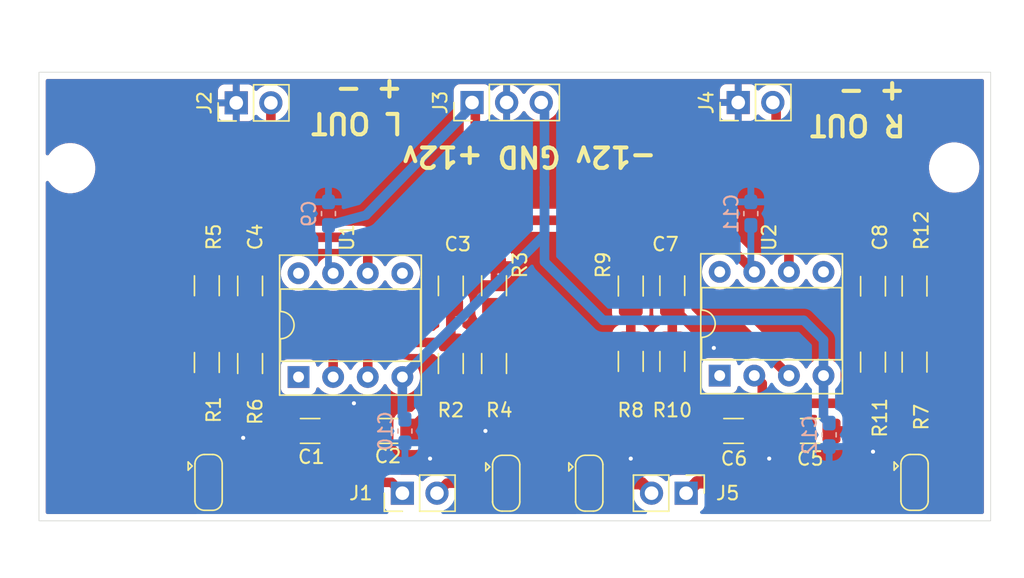
<source format=kicad_pcb>
(kicad_pcb (version 20240108) (generator "pcbnew") (generator_version "8.0")
  (layers (0 "F.Cu" signal) (31 "B.Cu" signal) (34 "B.Paste" user) (35 "F.Paste" user) (36 "B.SilkS" user "B.Silkscreen") (37 "F.SilkS" user "F.Silkscreen") (38 "B.Mask" user) (39 "F.Mask" user) (44 "Edge.Cuts" user))
  (net 0 "")
  (net 1 "GND")
  (net 2 "Net-(C1-Pad1)")
  (net 3 "Net-(C2-Pad1)")
  (net 4 "Net-(U1-+)")
  (net 5 "/L_OUT")
  (net 6 "Net-(U1--)")
  (net 7 "Net-(C5-Pad1)")
  (net 8 "Net-(C6-Pad1)")
  (net 9 "Net-(U2-+)")
  (net 10 "/R_OUT")
  (net 11 "Net-(U2--)")
  (net 13 "-12V")
  (net 15 "+12V")
  (net 20 "Net-(J1-Pin_2)")
  (net 21 "Net-(J1-Pin_1)")
  (net 22 "Net-(J5-Pin_2)")
  (net 23 "Net-(J5-Pin_1)")
  (net 24 "Net-(JP1-A)")
  (net 25 "Net-(JP2-A)")
  (net 26 "Net-(JP3-A)")
  (net 27 "Net-(JP4-A)")
  (footprint "Resistor_SMD:R_1206_3216Metric_Pad1.30x1.75mm_HandSolder" (layer "F.Cu") (at 175.006 63.653 90)
    (property "Reference" "R7" (at -4.038 0.508 90) (layer "F.SilkS"))
    (property "Value" "300")
    (fp_line (start -0.727064 -0.91) (end 0.727064 -0.91) (stroke (width 0.12)) (layer "F.SilkS"))
    (fp_line (start -0.727064 0.91) (end 0.727064 0.91) (stroke (width 0.12)) (layer "F.SilkS"))
    (pad "1" smd roundrect (at -1.55 0 90) (size 1.3 1.75) (layers "F.Cu" "F.Paste" "F.Mask") (roundrect_rratio 0.192308) (net 26 "Net-(JP3-A)"))
    (pad "2" smd roundrect (at 1.55 0 90) (size 1.3 1.75) (layers "F.Cu" "F.Paste" "F.Mask") (roundrect_rratio 0.192308) (net 7 "Net-(C5-Pad1)"))
  )
  (footprint "Capacitor_SMD:C_1206_3216Metric_Pad1.33x1.80mm_HandSolder" (layer "F.Cu") (at 161.721 68.707)
    (property "Reference" "C6" (at 0.0385 2.032 0) (layer "F.SilkS"))
    (property "Value" "130n")
    (fp_line (start -0.711252 -0.91) (end 0.711252 -0.91) (stroke (width 0.12)) (layer "F.SilkS"))
    (fp_line (start -0.711252 0.91) (end 0.711252 0.91) (stroke (width 0.12)) (layer "F.SilkS"))
    (pad "1" smd roundrect (at -1.5625 0) (size 1.325 1.8) (layers "F.Cu" "F.Paste" "F.Mask") (roundrect_rratio 0.188679) (net 8 "Net-(C6-Pad1)"))
    (pad "2" smd roundrect (at 1.5625 0) (size 1.325 1.8) (layers "F.Cu" "F.Paste" "F.Mask") (roundrect_rratio 0.188679) (net 1 "GND"))
  )
  (footprint "Jumper:SolderJumper-3_P1.3mm_Bridged2Bar12_RoundedPad1.0x1.5mm" (layer "F.Cu") (at 175.006 72.487 -90)
    (property "Reference" "JP3" (hide yes))
    (property "Value" "~")
    (fp_poly (pts (xy -0.9 0.2) (xy -0.4 0.2) (xy -0.4 0.6) (xy -0.9 0.6)) (fill solid) (layer "F.Cu"))
    (fp_poly (pts (xy -0.9 -0.6) (xy -0.4 -0.6) (xy -0.4 -0.2) (xy -0.9 -0.2)) (fill solid) (layer "F.Cu"))
    (fp_line (start -1.5 1.5) (end -0.9 1.5) (stroke (width 0.12)) (layer "F.SilkS"))
    (fp_line (start -1.2 1.2) (end -1.5 1.5) (stroke (width 0.12)) (layer "F.SilkS"))
    (fp_line (start -1.2 1.2) (end -0.9 1.5) (stroke (width 0.12)) (layer "F.SilkS"))
    (fp_line (start 1.4 1) (end -1.4 1) (stroke (width 0.12)) (layer "F.SilkS"))
    (fp_line (start -2.05 0.3) (end -2.05 -0.3) (stroke (width 0.12)) (layer "F.SilkS"))
    (fp_line (start 2.05 -0.3) (end 2.05 0.3) (stroke (width 0.12)) (layer "F.SilkS"))
    (fp_line (start -1.4 -1) (end 1.4 -1) (stroke (width 0.12)) (layer "F.SilkS"))
    (fp_arc (start -1.35 1) (mid -1.844975 0.794975) (end -2.05 0.3) (stroke (width 0.12)) (layer "F.SilkS"))
    (fp_arc (start 2.05 0.3) (mid 1.844975 0.794975) (end 1.35 1) (stroke (width 0.12)) (layer "F.SilkS"))
    (fp_arc (start -2.05 -0.3) (mid -1.844975 -0.794975) (end -1.35 -1) (stroke (width 0.12)) (layer "F.SilkS"))
    (fp_arc (start 1.35 -1) (mid 1.844975 -0.794975) (end 2.05 -0.3) (stroke (width 0.12)) (layer "F.SilkS"))
    (pad "1" smd custom (at -1.3 0 270) (size 1 0.5) (layers "F.Cu" "F.Mask") (net 26 "Net-(JP3-A)") (options (clearance outline) (anchor rect)) (primitives (gr_circle (center 0 0.25) (end 0.5 0.25) (width 0) (fill yes)) (gr_circle (center 0 -0.25) (end 0.5 -0.25) (width 0) (fill yes)) (gr_poly (pts (xy 0.55 0.75) (xy 0 0.75) (xy 0 -0.75) (xy 0.55 -0.75)) (width 0) (fill yes))))
    (pad "2" smd rect (at 0 0 270) (size 1 1.5) (layers "F.Cu" "F.Mask") (net 23 "Net-(J5-Pin_1)"))
    (pad "3" smd custom (at 1.3 0 270) (size 1 0.5) (layers "F.Cu" "F.Mask") (options (clearance outline) (anchor rect)) (primitives (gr_circle (center 0 0.25) (end 0.5 0.25) (width 0) (fill yes)) (gr_circle (center 0 -0.25) (end 0.5 -0.25) (width 0) (fill yes)) (gr_poly (pts (xy 0 0.75) (xy -0.55 0.75) (xy -0.55 -0.75) (xy 0 -0.75)) (width 0) (fill yes))))
  )
  (footprint "Jumper:SolderJumper-3_P1.3mm_Bridged2Bar12_RoundedPad1.0x1.5mm" (layer "F.Cu") (at 145.034 72.547 -90)
    (property "Reference" "JP2" (hide yes))
    (property "Value" "~")
    (fp_poly (pts (xy -0.9 0.2) (xy -0.4 0.2) (xy -0.4 0.6) (xy -0.9 0.6)) (fill solid) (layer "F.Cu"))
    (fp_poly (pts (xy -0.9 -0.6) (xy -0.4 -0.6) (xy -0.4 -0.2) (xy -0.9 -0.2)) (fill solid) (layer "F.Cu"))
    (fp_line (start -1.5 1.5) (end -0.9 1.5) (stroke (width 0.12)) (layer "F.SilkS"))
    (fp_line (start -1.2 1.2) (end -1.5 1.5) (stroke (width 0.12)) (layer "F.SilkS"))
    (fp_line (start -1.2 1.2) (end -0.9 1.5) (stroke (width 0.12)) (layer "F.SilkS"))
    (fp_line (start 1.4 1) (end -1.4 1) (stroke (width 0.12)) (layer "F.SilkS"))
    (fp_line (start -2.05 0.3) (end -2.05 -0.3) (stroke (width 0.12)) (layer "F.SilkS"))
    (fp_line (start 2.05 -0.3) (end 2.05 0.3) (stroke (width 0.12)) (layer "F.SilkS"))
    (fp_line (start -1.4 -1) (end 1.4 -1) (stroke (width 0.12)) (layer "F.SilkS"))
    (fp_arc (start -1.35 1) (mid -1.844975 0.794975) (end -2.05 0.3) (stroke (width 0.12)) (layer "F.SilkS"))
    (fp_arc (start 2.05 0.3) (mid 1.844975 0.794975) (end 1.35 1) (stroke (width 0.12)) (layer "F.SilkS"))
    (fp_arc (start -2.05 -0.3) (mid -1.844975 -0.794975) (end -1.35 -1) (stroke (width 0.12)) (layer "F.SilkS"))
    (fp_arc (start 1.35 -1) (mid 1.844975 -0.794975) (end 2.05 -0.3) (stroke (width 0.12)) (layer "F.SilkS"))
    (pad "1" smd custom (at -1.3 0 270) (size 1 0.5) (layers "F.Cu" "F.Mask") (net 25 "Net-(JP2-A)") (options (clearance outline) (anchor rect)) (primitives (gr_circle (center 0 0.25) (end 0.5 0.25) (width 0) (fill yes)) (gr_circle (center 0 -0.25) (end 0.5 -0.25) (width 0) (fill yes)) (gr_poly (pts (xy 0.55 0.75) (xy 0 0.75) (xy 0 -0.75) (xy 0.55 -0.75)) (width 0) (fill yes))))
    (pad "2" smd rect (at 0 0 270) (size 1 1.5) (layers "F.Cu" "F.Mask") (net 20 "Net-(J1-Pin_2)"))
    (pad "3" smd custom (at 1.3 0 270) (size 1 0.5) (layers "F.Cu" "F.Mask") (options (clearance outline) (anchor rect)) (primitives (gr_circle (center 0 0.25) (end 0.5 0.25) (width 0) (fill yes)) (gr_circle (center 0 -0.25) (end 0.5 -0.25) (width 0) (fill yes)) (gr_poly (pts (xy 0 0.75) (xy -0.55 0.75) (xy -0.55 -0.75) (xy 0 -0.75)) (width 0) (fill yes))))
  )
  (footprint "Connector_PinHeader_2.54mm:PinHeader_1x02_P2.54mm_Vertical" (layer "F.Cu") (at 125.222 44.605 90)
    (property "Reference" "J2" (at 0 -2.33 90) (layer "F.SilkS"))
    (property "Value" "Conn_01x02_Pin")
    (fp_line (start -1.33 -1.33) (end 0 -1.33) (stroke (width 0.12)) (layer "F.SilkS"))
    (fp_line (start -1.33 0) (end -1.33 -1.33) (stroke (width 0.12)) (layer "F.SilkS"))
    (fp_line (start 1.33 1.27) (end 1.33 3.87) (stroke (width 0.12)) (layer "F.SilkS"))
    (fp_line (start -1.33 1.27) (end 1.33 1.27) (stroke (width 0.12)) (layer "F.SilkS"))
    (fp_line (start -1.33 1.27) (end -1.33 3.87) (stroke (width 0.12)) (layer "F.SilkS"))
    (fp_line (start -1.33 3.87) (end 1.33 3.87) (stroke (width 0.12)) (layer "F.SilkS"))
    (pad "1" thru_hole rect (at 0 0 90) (size 1.7 1.7) (drill 1) (layers "*.Cu" "*.Mask") (net 1 "GND"))
    (pad "2" thru_hole oval (at 0 2.54 90) (size 1.7 1.7) (drill 1) (layers "*.Cu" "*.Mask") (net 5 "/L_OUT"))
  )
  (footprint "Connector_PinHeader_2.54mm:PinHeader_1x03_P2.54mm_Vertical" (layer "F.Cu") (at 142.527 44.58 90)
    (property "Reference" "J3" (at 0 -2.33 90) (layer "F.SilkS"))
    (property "Value" "Conn_01x03_Socket")
    (fp_line (start -1.33 -1.33) (end 0 -1.33) (stroke (width 0.12)) (layer "F.SilkS"))
    (fp_line (start -1.33 0) (end -1.33 -1.33) (stroke (width 0.12)) (layer "F.SilkS"))
    (fp_line (start 1.33 1.27) (end 1.33 6.41) (stroke (width 0.12)) (layer "F.SilkS"))
    (fp_line (start -1.33 1.27) (end 1.33 1.27) (stroke (width 0.12)) (layer "F.SilkS"))
    (fp_line (start -1.33 1.27) (end -1.33 6.41) (stroke (width 0.12)) (layer "F.SilkS"))
    (fp_line (start -1.33 6.41) (end 1.33 6.41) (stroke (width 0.12)) (layer "F.SilkS"))
    (pad "1" thru_hole rect (at 0 0 90) (size 1.7 1.7) (drill 1) (layers "*.Cu" "*.Mask") (net 15 "+12V"))
    (pad "2" thru_hole oval (at 0 2.54 90) (size 1.7 1.7) (drill 1) (layers "*.Cu" "*.Mask") (net 1 "GND"))
    (pad "3" thru_hole oval (at 0 5.08 90) (size 1.7 1.7) (drill 1) (layers "*.Cu" "*.Mask") (net 13 "-12V"))
  )
  (footprint "Jumper:SolderJumper-3_P1.3mm_Bridged2Bar12_RoundedPad1.0x1.5mm" (layer "F.Cu") (at 151.13 72.547 -90)
    (property "Reference" "JP4" (hide yes))
    (property "Value" "~")
    (fp_poly (pts (xy -0.9 0.2) (xy -0.4 0.2) (xy -0.4 0.6) (xy -0.9 0.6)) (fill solid) (layer "F.Cu"))
    (fp_poly (pts (xy -0.9 -0.6) (xy -0.4 -0.6) (xy -0.4 -0.2) (xy -0.9 -0.2)) (fill solid) (layer "F.Cu"))
    (fp_line (start -1.5 1.5) (end -0.9 1.5) (stroke (width 0.12)) (layer "F.SilkS"))
    (fp_line (start -1.2 1.2) (end -1.5 1.5) (stroke (width 0.12)) (layer "F.SilkS"))
    (fp_line (start -1.2 1.2) (end -0.9 1.5) (stroke (width 0.12)) (layer "F.SilkS"))
    (fp_line (start 1.4 1) (end -1.4 1) (stroke (width 0.12)) (layer "F.SilkS"))
    (fp_line (start -2.05 0.3) (end -2.05 -0.3) (stroke (width 0.12)) (layer "F.SilkS"))
    (fp_line (start 2.05 -0.3) (end 2.05 0.3) (stroke (width 0.12)) (layer "F.SilkS"))
    (fp_line (start -1.4 -1) (end 1.4 -1) (stroke (width 0.12)) (layer "F.SilkS"))
    (fp_arc (start -1.35 1) (mid -1.844975 0.794975) (end -2.05 0.3) (stroke (width 0.12)) (layer "F.SilkS"))
    (fp_arc (start 2.05 0.3) (mid 1.844975 0.794975) (end 1.35 1) (stroke (width 0.12)) (layer "F.SilkS"))
    (fp_arc (start -2.05 -0.3) (mid -1.844975 -0.794975) (end -1.35 -1) (stroke (width 0.12)) (layer "F.SilkS"))
    (fp_arc (start 1.35 -1) (mid 1.844975 -0.794975) (end 2.05 -0.3) (stroke (width 0.12)) (layer "F.SilkS"))
    (pad "1" smd custom (at -1.3 0 270) (size 1 0.5) (layers "F.Cu" "F.Mask") (net 27 "Net-(JP4-A)") (options (clearance outline) (anchor rect)) (primitives (gr_circle (center 0 0.25) (end 0.5 0.25) (width 0) (fill yes)) (gr_circle (center 0 -0.25) (end 0.5 -0.25) (width 0) (fill yes)) (gr_poly (pts (xy 0.55 0.75) (xy 0 0.75) (xy 0 -0.75) (xy 0.55 -0.75)) (width 0) (fill yes))))
    (pad "2" smd rect (at 0 0 270) (size 1 1.5) (layers "F.Cu" "F.Mask") (net 22 "Net-(J5-Pin_2)"))
    (pad "3" smd custom (at 1.3 0 270) (size 1 0.5) (layers "F.Cu" "F.Mask") (options (clearance outline) (anchor rect)) (primitives (gr_circle (center 0 0.25) (end 0.5 0.25) (width 0) (fill yes)) (gr_circle (center 0 -0.25) (end 0.5 -0.25) (width 0) (fill yes)) (gr_poly (pts (xy 0 0.75) (xy -0.55 0.75) (xy -0.55 -0.75) (xy 0 -0.75)) (width 0) (fill yes))))
  )
  (footprint "Connector_PinHeader_2.54mm:PinHeader_1x02_P2.54mm_Vertical" (layer "F.Cu") (at 158.242 73.279 -90)
    (property "Reference" "J5" (at 0 -3.048 180) (layer "F.SilkS"))
    (property "Value" "Conn_01x02_Pin")
    (fp_line (start -1.33 3.87) (end 1.33 3.87) (stroke (width 0.12)) (layer "F.SilkS"))
    (fp_line (start -1.33 1.27) (end -1.33 3.87) (stroke (width 0.12)) (layer "F.SilkS"))
    (fp_line (start -1.33 1.27) (end 1.33 1.27) (stroke (width 0.12)) (layer "F.SilkS"))
    (fp_line (start 1.33 1.27) (end 1.33 3.87) (stroke (width 0.12)) (layer "F.SilkS"))
    (fp_line (start -1.33 0) (end -1.33 -1.33) (stroke (width 0.12)) (layer "F.SilkS"))
    (fp_line (start -1.33 -1.33) (end 0 -1.33) (stroke (width 0.12)) (layer "F.SilkS"))
    (pad "1" thru_hole rect (at 0 0 270) (size 1.7 1.7) (drill 1) (layers "*.Cu" "*.Mask") (net 23 "Net-(J5-Pin_1)"))
    (pad "2" thru_hole oval (at 0 2.54 270) (size 1.7 1.7) (drill 1) (layers "*.Cu" "*.Mask") (net 22 "Net-(J5-Pin_2)"))
  )
  (footprint "MountingHole:MountingHole_3.2mm_M3" (layer "F.Cu") (at 113.03 49.403)
    (property "Reference" "H2" (hide yes))
    (property "Value" "MountingHole")
    (pad "" np_thru_hole circle (at 0 0) (size 3.2 3.2) (drill 3.2) (layers "*.Cu" "*.Mask"))
  )
  (footprint "Package_DIP:DIP-8_W7.62mm_Socket" (layer "F.Cu") (at 129.794 64.745 90)
    (property "Reference" "U1" (at 10.262 3.556 -90) (layer "F.SilkS"))
    (property "Value" "NE5534")
    (fp_line (start 8.95 -1.39) (end -1.33 -1.39) (stroke (width 0.12)) (layer "F.SilkS"))
    (fp_line (start -1.33 -1.39) (end -1.33 9.01) (stroke (width 0.12)) (layer "F.SilkS"))
    (fp_line (start 6.46 -1.33) (end 4.81 -1.33) (stroke (width 0.12)) (layer "F.SilkS"))
    (fp_line (start 2.81 -1.33) (end 1.16 -1.33) (stroke (width 0.12)) (layer "F.SilkS"))
    (fp_line (start 1.16 -1.33) (end 1.16 8.95) (stroke (width 0.12)) (layer "F.SilkS"))
    (fp_line (start 6.46 8.95) (end 6.46 -1.33) (stroke (width 0.12)) (layer "F.SilkS"))
    (fp_line (start 1.16 8.95) (end 6.46 8.95) (stroke (width 0.12)) (layer "F.SilkS"))
    (fp_line (start 8.95 9.01) (end 8.95 -1.39) (stroke (width 0.12)) (layer "F.SilkS"))
    (fp_line (start -1.33 9.01) (end 8.95 9.01) (stroke (width 0.12)) (layer "F.SilkS"))
    (fp_arc (start 4.81 -1.33) (mid 3.81 -0.33) (end 2.81 -1.33) (stroke (width 0.12)) (layer "F.SilkS"))
    (pad "1" thru_hole rect (at 0 0 90) (size 1.6 1.6) (drill 0.8) (layers "*.Cu" "*.Mask"))
    (pad "2" thru_hole oval (at 0 2.54 90) (size 1.6 1.6) (drill 0.8) (layers "*.Cu" "*.Mask") (net 6 "Net-(U1--)"))
    (pad "3" thru_hole oval (at 0 5.08 90) (size 1.6 1.6) (drill 0.8) (layers "*.Cu" "*.Mask") (net 4 "Net-(U1-+)"))
    (pad "4" thru_hole oval (at 0 7.62 90) (size 1.6 1.6) (drill 0.8) (layers "*.Cu" "*.Mask") (net 13 "-12V"))
    (pad "5" thru_hole oval (at 7.62 7.62 90) (size 1.6 1.6) (drill 0.8) (layers "*.Cu" "*.Mask"))
    (pad "6" thru_hole oval (at 7.62 5.08 90) (size 1.6 1.6) (drill 0.8) (layers "*.Cu" "*.Mask") (net 5 "/L_OUT"))
    (pad "7" thru_hole oval (at 7.62 2.54 90) (size 1.6 1.6) (drill 0.8) (layers "*.Cu" "*.Mask") (net 15 "+12V"))
    (pad "8" thru_hole oval (at 7.62 0 90) (size 1.6 1.6) (drill 0.8) (layers "*.Cu" "*.Mask"))
  )
  (footprint "Resistor_SMD:R_1206_3216Metric_Pad1.30x1.75mm_HandSolder" (layer "F.Cu") (at 154.178 63.601 90)
    (property "Reference" "R8" (at -3.582 0 180) (layer "F.SilkS"))
    (property "Value" "100")
    (fp_line (start -0.727064 -0.91) (end 0.727064 -0.91) (stroke (width 0.12)) (layer "F.SilkS"))
    (fp_line (start -0.727064 0.91) (end 0.727064 0.91) (stroke (width 0.12)) (layer "F.SilkS"))
    (pad "1" smd roundrect (at -1.55 0 90) (size 1.3 1.75) (layers "F.Cu" "F.Paste" "F.Mask") (roundrect_rratio 0.192308) (net 27 "Net-(JP4-A)"))
    (pad "2" smd roundrect (at 1.55 0 90) (size 1.3 1.75) (layers "F.Cu" "F.Paste" "F.Mask") (roundrect_rratio 0.192308) (net 8 "Net-(C6-Pad1)"))
  )
  (footprint "Resistor_SMD:R_1206_3216Metric_Pad1.30x1.75mm_HandSolder" (layer "F.Cu") (at 140.97 63.755 -90)
    (property "Reference" "R4" (at 3.428 -3.556 180) (layer "F.SilkS"))
    (property "Value" "10")
    (fp_line (start -0.727064 0.91) (end 0.727064 0.91) (stroke (width 0.12)) (layer "F.SilkS"))
    (fp_line (start -0.727064 -0.91) (end 0.727064 -0.91) (stroke (width 0.12)) (layer "F.SilkS"))
    (pad "1" smd roundrect (at -1.55 0 270) (size 1.3 1.75) (layers "F.Cu" "F.Paste" "F.Mask") (roundrect_rratio 0.192308) (net 4 "Net-(U1-+)"))
    (pad "2" smd roundrect (at 1.55 0 270) (size 1.3 1.75) (layers "F.Cu" "F.Paste" "F.Mask") (roundrect_rratio 0.192308) (net 3 "Net-(C2-Pad1)"))
  )
  (footprint "Capacitor_SMD:C_1206_3216Metric_Pad1.33x1.80mm_HandSolder" (layer "F.Cu") (at 167.3475 68.707 180)
    (property "Reference" "C5" (at 0 -2.032 0) (layer "F.SilkS"))
    (property "Value" "43n")
    (fp_line (start -0.711252 0.91) (end 0.711252 0.91) (stroke (width 0.12)) (layer "F.SilkS"))
    (fp_line (start -0.711252 -0.91) (end 0.711252 -0.91) (stroke (width 0.12)) (layer "F.SilkS"))
    (pad "1" smd roundrect (at -1.5625 0 180) (size 1.325 1.8) (layers "F.Cu" "F.Paste" "F.Mask") (roundrect_rratio 0.188679) (net 7 "Net-(C5-Pad1)"))
    (pad "2" smd roundrect (at 1.5625 0 180) (size 1.325 1.8) (layers "F.Cu" "F.Paste" "F.Mask") (roundrect_rratio 0.188679) (net 1 "GND"))
  )
  (footprint "Package_DIP:DIP-8_W7.62mm_Socket" (layer "F.Cu") (at 160.705 64.643 90)
    (property "Reference" "U2" (at 10.16 3.633 90) (layer "F.SilkS"))
    (property "Value" "NE5534")
    (fp_line (start 8.95 -1.39) (end -1.33 -1.39) (stroke (width 0.12)) (layer "F.SilkS"))
    (fp_line (start -1.33 -1.39) (end -1.33 9.01) (stroke (width 0.12)) (layer "F.SilkS"))
    (fp_line (start 6.46 -1.33) (end 4.81 -1.33) (stroke (width 0.12)) (layer "F.SilkS"))
    (fp_line (start 2.81 -1.33) (end 1.16 -1.33) (stroke (width 0.12)) (layer "F.SilkS"))
    (fp_line (start 1.16 -1.33) (end 1.16 8.95) (stroke (width 0.12)) (layer "F.SilkS"))
    (fp_line (start 6.46 8.95) (end 6.46 -1.33) (stroke (width 0.12)) (layer "F.SilkS"))
    (fp_line (start 1.16 8.95) (end 6.46 8.95) (stroke (width 0.12)) (layer "F.SilkS"))
    (fp_line (start 8.95 9.01) (end 8.95 -1.39) (stroke (width 0.12)) (layer "F.SilkS"))
    (fp_line (start -1.33 9.01) (end 8.95 9.01) (stroke (width 0.12)) (layer "F.SilkS"))
    (fp_arc (start 4.81 -1.33) (mid 3.81 -0.33) (end 2.81 -1.33) (stroke (width 0.12)) (layer "F.SilkS"))
    (pad "1" thru_hole rect (at 0 0 90) (size 1.6 1.6) (drill 0.8) (layers "*.Cu" "*.Mask"))
    (pad "2" thru_hole oval (at 0 2.54 90) (size 1.6 1.6) (drill 0.8) (layers "*.Cu" "*.Mask") (net 11 "Net-(U2--)"))
    (pad "3" thru_hole oval (at 0 5.08 90) (size 1.6 1.6) (drill 0.8) (layers "*.Cu" "*.Mask") (net 9 "Net-(U2-+)"))
    (pad "4" thru_hole oval (at 0 7.62 90) (size 1.6 1.6) (drill 0.8) (layers "*.Cu" "*.Mask") (net 13 "-12V"))
    (pad "5" thru_hole oval (at 7.62 7.62 90) (size 1.6 1.6) (drill 0.8) (layers "*.Cu" "*.Mask"))
    (pad "6" thru_hole oval (at 7.62 5.08 90) (size 1.6 1.6) (drill 0.8) (layers "*.Cu" "*.Mask") (net 10 "/R_OUT"))
    (pad "7" thru_hole oval (at 7.62 2.54 90) (size 1.6 1.6) (drill 0.8) (layers "*.Cu" "*.Mask") (net 15 "+12V"))
    (pad "8" thru_hole oval (at 7.62 0 90) (size 1.6 1.6) (drill 0.8) (layers "*.Cu" "*.Mask"))
  )
  (footprint "Resistor_SMD:R_1206_3216Metric_Pad1.30x1.75mm_HandSolder" (layer "F.Cu") (at 171.958 63.653 90)
    (property "Reference" "R11" (at -4.09 0.508 90) (layer "F.SilkS"))
    (property "Value" "30")
    (fp_line (start -0.727064 -0.91) (end 0.727064 -0.91) (stroke (width 0.12)) (layer "F.SilkS"))
    (fp_line (start -0.727064 0.91) (end 0.727064 0.91) (stroke (width 0.12)) (layer "F.SilkS"))
    (pad "1" smd roundrect (at -1.55 0 90) (size 1.3 1.75) (layers "F.Cu" "F.Paste" "F.Mask") (roundrect_rratio 0.192308) (net 7 "Net-(C5-Pad1)"))
    (pad "2" smd roundrect (at 1.55 0 90) (size 1.3 1.75) (layers "F.Cu" "F.Paste" "F.Mask") (roundrect_rratio 0.192308) (net 11 "Net-(U2--)"))
  )
  (footprint "Connector_PinHeader_2.54mm:PinHeader_1x02_P2.54mm_Vertical" (layer "F.Cu") (at 137.414 73.279 90)
    (property "Reference" "J1" (at 0 -3.048 180) (layer "F.SilkS"))
    (property "Value" "Conn_01x02_Pin")
    (fp_line (start -1.33 -1.33) (end 0 -1.33) (stroke (width 0.12)) (layer "F.SilkS"))
    (fp_line (start -1.33 0) (end -1.33 -1.33) (stroke (width 0.12)) (layer "F.SilkS"))
    (fp_line (start 1.33 1.27) (end 1.33 3.87) (stroke (width 0.12)) (layer "F.SilkS"))
    (fp_line (start -1.33 1.27) (end 1.33 1.27) (stroke (width 0.12)) (layer "F.SilkS"))
    (fp_line (start -1.33 1.27) (end -1.33 3.87) (stroke (width 0.12)) (layer "F.SilkS"))
    (fp_line (start -1.33 3.87) (end 1.33 3.87) (stroke (width 0.12)) (layer "F.SilkS"))
    (pad "1" thru_hole rect (at 0 0 90) (size 1.7 1.7) (drill 1) (layers "*.Cu" "*.Mask") (net 21 "Net-(J1-Pin_1)"))
    (pad "2" thru_hole oval (at 0 2.54 90) (size 1.7 1.7) (drill 1) (layers "*.Cu" "*.Mask") (net 20 "Net-(J1-Pin_2)"))
  )
  (footprint "Capacitor_SMD:C_1206_3216Metric_Pad1.33x1.80mm_HandSolder" (layer "F.Cu") (at 157.226 58.039 90)
    (property "Reference" "C7" (at 3.048 -0.508 180) (layer "F.SilkS"))
    (property "Value" "20n")
    (fp_line (start -0.711252 -0.91) (end 0.711252 -0.91) (stroke (width 0.12)) (layer "F.SilkS"))
    (fp_line (start -0.711252 0.91) (end 0.711252 0.91) (stroke (width 0.12)) (layer "F.SilkS"))
    (pad "1" smd roundrect (at -1.5625 0 90) (size 1.325 1.8) (layers "F.Cu" "F.Paste" "F.Mask") (roundrect_rratio 0.188679) (net 9 "Net-(U2-+)"))
    (pad "2" smd roundrect (at 1.5625 0 90) (size 1.325 1.8) (layers "F.Cu" "F.Paste" "F.Mask") (roundrect_rratio 0.188679) (net 1 "GND"))
  )
  (footprint "Resistor_SMD:R_1206_3216Metric_Pad1.30x1.75mm_HandSolder" (layer "F.Cu") (at 123.063 63.68 90)
    (property "Reference" "R1" (at -3.478 0.508 90) (layer "F.SilkS"))
    (property "Value" "300")
    (fp_line (start -0.727064 -0.91) (end 0.727064 -0.91) (stroke (width 0.12)) (layer "F.SilkS"))
    (fp_line (start -0.727064 0.91) (end 0.727064 0.91) (stroke (width 0.12)) (layer "F.SilkS"))
    (pad "1" smd roundrect (at -1.55 0 90) (size 1.3 1.75) (layers "F.Cu" "F.Paste" "F.Mask") (roundrect_rratio 0.192308) (net 24 "Net-(JP1-A)"))
    (pad "2" smd roundrect (at 1.55 0 90) (size 1.3 1.75) (layers "F.Cu" "F.Paste" "F.Mask") (roundrect_rratio 0.192308) (net 2 "Net-(C1-Pad1)"))
  )
  (footprint "Resistor_SMD:R_1206_3216Metric_Pad1.30x1.75mm_HandSolder" (layer "F.Cu") (at 126.238 63.755 90)
    (property "Reference" "R6" (at -3.53 0.381 90) (layer "F.SilkS"))
    (property "Value" "30")
    (fp_line (start -0.727064 -0.91) (end 0.727064 -0.91) (stroke (width 0.12)) (layer "F.SilkS"))
    (fp_line (start -0.727064 0.91) (end 0.727064 0.91) (stroke (width 0.12)) (layer "F.SilkS"))
    (pad "1" smd roundrect (at -1.55 0 90) (size 1.3 1.75) (layers "F.Cu" "F.Paste" "F.Mask") (roundrect_rratio 0.192308) (net 2 "Net-(C1-Pad1)"))
    (pad "2" smd roundrect (at 1.55 0 90) (size 1.3 1.75) (layers "F.Cu" "F.Paste" "F.Mask") (roundrect_rratio 0.192308) (net 6 "Net-(U1--)"))
  )
  (footprint "Resistor_SMD:R_1206_3216Metric_Pad1.30x1.75mm_HandSolder" (layer "F.Cu") (at 123.063 58.04 90)
    (property "Reference" "R5" (at 3.582 0.508 90) (layer "F.SilkS"))
    (property "Value" "300")
    (fp_line (start -0.727064 -0.91) (end 0.727064 -0.91) (stroke (width 0.12)) (layer "F.SilkS"))
    (fp_line (start -0.727064 0.91) (end 0.727064 0.91) (stroke (width 0.12)) (layer "F.SilkS"))
    (pad "1" smd roundrect (at -1.55 0 90) (size 1.3 1.75) (layers "F.Cu" "F.Paste" "F.Mask") (roundrect_rratio 0.192308) (net 2 "Net-(C1-Pad1)"))
    (pad "2" smd roundrect (at 1.55 0 90) (size 1.3 1.75) (layers "F.Cu" "F.Paste" "F.Mask") (roundrect_rratio 0.192308) (net 5 "/L_OUT"))
  )
  (footprint "Capacitor_SMD:C_1206_3216Metric_Pad1.33x1.80mm_HandSolder" (layer "F.Cu") (at 171.958 58.0775 90)
    (property "Reference" "C8" (at 3.5945 0.508 90) (layer "F.SilkS"))
    (property "Value" "6.8n")
    (fp_line (start -0.711252 -0.91) (end 0.711252 -0.91) (stroke (width 0.12)) (layer "F.SilkS"))
    (fp_line (start -0.711252 0.91) (end 0.711252 0.91) (stroke (width 0.12)) (layer "F.SilkS"))
    (pad "1" smd roundrect (at -1.5625 0 90) (size 1.325 1.8) (layers "F.Cu" "F.Paste" "F.Mask") (roundrect_rratio 0.188679) (net 11 "Net-(U2--)"))
    (pad "2" smd roundrect (at 1.5625 0 90) (size 1.325 1.8) (layers "F.Cu" "F.Paste" "F.Mask") (roundrect_rratio 0.188679) (net 10 "/R_OUT"))
  )
  (footprint "Capacitor_SMD:C_1206_3216Metric_Pad1.33x1.80mm_HandSolder" (layer "F.Cu") (at 140.97 58.0525 90)
    (property "Reference" "C3" (at 3.0615 0.508 180) (layer "F.SilkS"))
    (property "Value" "20n")
    (fp_line (start -0.711252 -0.91) (end 0.711252 -0.91) (stroke (width 0.12)) (layer "F.SilkS"))
    (fp_line (start -0.711252 0.91) (end 0.711252 0.91) (stroke (width 0.12)) (layer "F.SilkS"))
    (pad "1" smd roundrect (at -1.5625 0 90) (size 1.325 1.8) (layers "F.Cu" "F.Paste" "F.Mask") (roundrect_rratio 0.188679) (net 4 "Net-(U1-+)"))
    (pad "2" smd roundrect (at 1.5625 0 90) (size 1.325 1.8) (layers "F.Cu" "F.Paste" "F.Mask") (roundrect_rratio 0.188679) (net 1 "GND"))
  )
  (footprint "Jumper:SolderJumper-3_P1.3mm_Bridged2Bar12_RoundedPad1.0x1.5mm" (layer "F.Cu") (at 123.19 72.487 -90)
    (property "Reference" "JP1" (hide yes))
    (property "Value" "~")
    (fp_poly (pts (xy -0.9 0.2) (xy -0.4 0.2) (xy -0.4 0.6) (xy -0.9 0.6)) (fill solid) (layer "F.Cu"))
    (fp_poly (pts (xy -0.9 -0.6) (xy -0.4 -0.6) (xy -0.4 -0.2) (xy -0.9 -0.2)) (fill solid) (layer "F.Cu"))
    (fp_line (start -1.5 1.5) (end -0.9 1.5) (stroke (width 0.12)) (layer "F.SilkS"))
    (fp_line (start -1.2 1.2) (end -1.5 1.5) (stroke (width 0.12)) (layer "F.SilkS"))
    (fp_line (start -1.2 1.2) (end -0.9 1.5) (stroke (width 0.12)) (layer "F.SilkS"))
    (fp_line (start 1.4 1) (end -1.4 1) (stroke (width 0.12)) (layer "F.SilkS"))
    (fp_line (start -2.05 0.3) (end -2.05 -0.3) (stroke (width 0.12)) (layer "F.SilkS"))
    (fp_line (start 2.05 -0.3) (end 2.05 0.3) (stroke (width 0.12)) (layer "F.SilkS"))
    (fp_line (start -1.4 -1) (end 1.4 -1) (stroke (width 0.12)) (layer "F.SilkS"))
    (fp_arc (start -1.35 1) (mid -1.844975 0.794975) (end -2.05 0.3) (stroke (width 0.12)) (layer "F.SilkS"))
    (fp_arc (start 2.05 0.3) (mid 1.844975 0.794975) (end 1.35 1) (stroke (width 0.12)) (layer "F.SilkS"))
    (fp_arc (start -2.05 -0.3) (mid -1.844975 -0.794975) (end -1.35 -1) (stroke (width 0.12)) (layer "F.SilkS"))
    (fp_arc (start 1.35 -1) (mid 1.844975 -0.794975) (end 2.05 -0.3) (stroke (width 0.12)) (layer "F.SilkS"))
    (pad "1" smd custom (at -1.3 0 270) (size 1 0.5) (layers "F.Cu" "F.Mask") (net 24 "Net-(JP1-A)") (options (clearance outline) (anchor rect)) (primitives (gr_circle (center 0 0.25) (end 0.5 0.25) (width 0) (fill yes)) (gr_circle (center 0 -0.25) (end 0.5 -0.25) (width 0) (fill yes)) (gr_poly (pts (xy 0.55 0.75) (xy 0 0.75) (xy 0 -0.75) (xy 0.55 -0.75)) (width 0) (fill yes))))
    (pad "2" smd rect (at 0 0 270) (size 1 1.5) (layers "F.Cu" "F.Mask") (net 21 "Net-(J1-Pin_1)"))
    (pad "3" smd custom (at 1.3 0 270) (size 1 0.5) (layers "F.Cu" "F.Mask") (options (clearance outline) (anchor rect)) (primitives (gr_circle (center 0 0.25) (end 0.5 0.25) (width 0) (fill yes)) (gr_circle (center 0 -0.25) (end 0.5 -0.25) (width 0) (fill yes)) (gr_poly (pts (xy 0 0.75) (xy -0.55 0.75) (xy -0.55 -0.75) (xy 0 -0.75)) (width 0) (fill yes))))
  )
  (footprint "Resistor_SMD:R_1206_3216Metric_Pad1.30x1.75mm_HandSolder" (layer "F.Cu") (at 144.145 63.755 90)
    (property "Reference" "R2" (at -3.428 -3.175 180) (layer "F.SilkS"))
    (property "Value" "100")
    (fp_line (start -0.727064 -0.91) (end 0.727064 -0.91) (stroke (width 0.12)) (layer "F.SilkS"))
    (fp_line (start -0.727064 0.91) (end 0.727064 0.91) (stroke (width 0.12)) (layer "F.SilkS"))
    (pad "1" smd roundrect (at -1.55 0 90) (size 1.3 1.75) (layers "F.Cu" "F.Paste" "F.Mask") (roundrect_rratio 0.192308) (net 25 "Net-(JP2-A)"))
    (pad "2" smd roundrect (at 1.55 0 90) (size 1.3 1.75) (layers "F.Cu" "F.Paste" "F.Mask") (roundrect_rratio 0.192308) (net 3 "Net-(C2-Pad1)"))
  )
  (footprint "Resistor_SMD:R_1206_3216Metric_Pad1.30x1.75mm_HandSolder" (layer "F.Cu") (at 144.145 58.04 -90)
    (property "Reference" "R3" (at -1.525 -1.905 90) (layer "F.SilkS"))
    (property "Value" "100")
    (fp_line (start -0.727064 0.91) (end 0.727064 0.91) (stroke (width 0.12)) (layer "F.SilkS"))
    (fp_line (start -0.727064 -0.91) (end 0.727064 -0.91) (stroke (width 0.12)) (layer "F.SilkS"))
    (pad "1" smd roundrect (at -1.55 0 270) (size 1.3 1.75) (layers "F.Cu" "F.Paste" "F.Mask") (roundrect_rratio 0.192308) (net 1 "GND"))
    (pad "2" smd roundrect (at 1.55 0 270) (size 1.3 1.75) (layers "F.Cu" "F.Paste" "F.Mask") (roundrect_rratio 0.192308) (net 3 "Net-(C2-Pad1)"))
  )
  (footprint "Capacitor_SMD:C_1206_3216Metric_Pad1.33x1.80mm_HandSolder" (layer "F.Cu") (at 126.238 58.0525 90)
    (property "Reference" "C4" (at 3.5945 0.381 90) (layer "F.SilkS"))
    (property "Value" "6.8n")
    (fp_line (start -0.711252 -0.91) (end 0.711252 -0.91) (stroke (width 0.12)) (layer "F.SilkS"))
    (fp_line (start -0.711252 0.91) (end 0.711252 0.91) (stroke (width 0.12)) (layer "F.SilkS"))
    (pad "1" smd roundrect (at -1.5625 0 90) (size 1.325 1.8) (layers "F.Cu" "F.Paste" "F.Mask") (roundrect_rratio 0.188679) (net 6 "Net-(U1--)"))
    (pad "2" smd roundrect (at 1.5625 0 90) (size 1.325 1.8) (layers "F.Cu" "F.Paste" "F.Mask") (roundrect_rratio 0.188679) (net 5 "/L_OUT"))
  )
  (footprint "MountingHole:MountingHole_3.2mm_M3" (layer "F.Cu") (at 177.915 49.355)
    (property "Reference" "H1" (hide yes))
    (property "Value" "MountingHole")
    (pad "" np_thru_hole circle (at 0 0) (size 3.2 3.2) (drill 3.2) (layers "*.Cu" "*.Mask"))
  )
  (footprint "Capacitor_SMD:C_1206_3216Metric_Pad1.33x1.80mm_HandSolder" (layer "F.Cu") (at 130.6445 68.707)
    (property "Reference" "C1" (at 0.0885 1.905 0) (layer "F.SilkS"))
    (property "Value" "43n")
    (fp_line (start -0.711252 -0.91) (end 0.711252 -0.91) (stroke (width 0.12)) (layer "F.SilkS"))
    (fp_line (start -0.711252 0.91) (end 0.711252 0.91) (stroke (width 0.12)) (layer "F.SilkS"))
    (pad "1" smd roundrect (at -1.5625 0) (size 1.325 1.8) (layers "F.Cu" "F.Paste" "F.Mask") (roundrect_rratio 0.188679) (net 2 "Net-(C1-Pad1)"))
    (pad "2" smd roundrect (at 1.5625 0) (size 1.325 1.8) (layers "F.Cu" "F.Paste" "F.Mask") (roundrect_rratio 0.188679) (net 1 "GND"))
  )
  (footprint "Connector_PinHeader_2.54mm:PinHeader_1x02_P2.54mm_Vertical" (layer "F.Cu") (at 162.065 44.58 90)
    (property "Reference" "J4" (at 0 -2.33 90) (layer "F.SilkS"))
    (property "Value" "Conn_01x02_Pin")
    (fp_line (start -1.33 -1.33) (end 0 -1.33) (stroke (width 0.12)) (layer "F.SilkS"))
    (fp_line (start -1.33 0) (end -1.33 -1.33) (stroke (width 0.12)) (layer "F.SilkS"))
    (fp_line (start 1.33 1.27) (end 1.33 3.87) (stroke (width 0.12)) (layer "F.SilkS"))
    (fp_line (start -1.33 1.27) (end 1.33 1.27) (stroke (width 0.12)) (layer "F.SilkS"))
    (fp_line (start -1.33 1.27) (end -1.33 3.87) (stroke (width 0.12)) (layer "F.SilkS"))
    (fp_line (start -1.33 3.87) (end 1.33 3.87) (stroke (width 0.12)) (layer "F.SilkS"))
    (pad "1" thru_hole rect (at 0 0 90) (size 1.7 1.7) (drill 1) (layers "*.Cu" "*.Mask") (net 1 "GND"))
    (pad "2" thru_hole oval (at 0 2.54 90) (size 1.7 1.7) (drill 1) (layers "*.Cu" "*.Mask") (net 10 "/R_OUT"))
  )
  (footprint "Resistor_SMD:R_1206_3216Metric_Pad1.30x1.75mm_HandSolder" (layer "F.Cu") (at 154.178 58.065 -90)
    (property "Reference" "R9" (at -1.55 2.032 90) (layer "F.SilkS"))
    (property "Value" "100")
    (fp_line (start -0.727064 0.91) (end 0.727064 0.91) (stroke (width 0.12)) (layer "F.SilkS"))
    (fp_line (start -0.727064 -0.91) (end 0.727064 -0.91) (stroke (width 0.12)) (layer "F.SilkS"))
    (pad "1" smd roundrect (at -1.55 0 270) (size 1.3 1.75) (layers "F.Cu" "F.Paste" "F.Mask") (roundrect_rratio 0.192308) (net 1 "GND"))
    (pad "2" smd roundrect (at 1.55 0 270) (size 1.3 1.75) (layers "F.Cu" "F.Paste" "F.Mask") (roundrect_rratio 0.192308) (net 8 "Net-(C6-Pad1)"))
  )
  (footprint "Resistor_SMD:R_1206_3216Metric_Pad1.30x1.75mm_HandSolder" (layer "F.Cu") (at 175.006 58.065 90)
    (property "Reference" "R12" (at 4.09 0.508 90) (layer "F.SilkS"))
    (property "Value" "300")
    (fp_line (start -0.727064 -0.91) (end 0.727064 -0.91) (stroke (width 0.12)) (layer "F.SilkS"))
    (fp_line (start -0.727064 0.91) (end 0.727064 0.91) (stroke (width 0.12)) (layer "F.SilkS"))
    (pad "1" smd roundrect (at -1.55 0 90) (size 1.3 1.75) (layers "F.Cu" "F.Paste" "F.Mask") (roundrect_rratio 0.192308) (net 7 "Net-(C5-Pad1)"))
    (pad "2" smd roundrect (at 1.55 0 90) (size 1.3 1.75) (layers "F.Cu" "F.Paste" "F.Mask") (roundrect_rratio 0.192308) (net 10 "/R_OUT"))
  )
  (footprint "Capacitor_SMD:C_1206_3216Metric_Pad1.33x1.80mm_HandSolder" (layer "F.Cu") (at 136.3595 68.707 180)
    (property "Reference" "C2" (at 0 -1.85 0) (layer "F.SilkS"))
    (property "Value" "130n")
    (fp_line (start -0.711252 0.91) (end 0.711252 0.91) (stroke (width 0.12)) (layer "F.SilkS"))
    (fp_line (start -0.711252 -0.91) (end 0.711252 -0.91) (stroke (width 0.12)) (layer "F.SilkS"))
    (pad "1" smd roundrect (at -1.5625 0 180) (size 1.325 1.8) (layers "F.Cu" "F.Paste" "F.Mask") (roundrect_rratio 0.188679) (net 3 "Net-(C2-Pad1)"))
    (pad "2" smd roundrect (at 1.5625 0 180) (size 1.325 1.8) (layers "F.Cu" "F.Paste" "F.Mask") (roundrect_rratio 0.188679) (net 1 "GND"))
  )
  (footprint "Resistor_SMD:R_1206_3216Metric_Pad1.30x1.75mm_HandSolder" (layer "F.Cu") (at 157.226 63.601 -90)
    (property "Reference" "R10" (at 3.582 0 180) (layer "F.SilkS"))
    (property "Value" "10")
    (fp_line (start -0.727064 0.91) (end 0.727064 0.91) (stroke (width 0.12)) (layer "F.SilkS"))
    (fp_line (start -0.727064 -0.91) (end 0.727064 -0.91) (stroke (width 0.12)) (layer "F.SilkS"))
    (pad "1" smd roundrect (at -1.55 0 270) (size 1.3 1.75) (layers "F.Cu" "F.Paste" "F.Mask") (roundrect_rratio 0.192308) (net 9 "Net-(U2-+)"))
    (pad "2" smd roundrect (at 1.55 0 270) (size 1.3 1.75) (layers "F.Cu" "F.Paste" "F.Mask") (roundrect_rratio 0.192308) (net 8 "Net-(C6-Pad1)"))
  )
  (footprint "Capacitor_SMD:C_0603_1608Metric_Pad1.08x0.95mm_HandSolder" (layer "B.Cu") (at 162.99 52.7425 -90)
    (property "Reference" "C11" (at 0 1.43 90) (layer "B.SilkS") (effects (justify mirror)))
    (property "Value" "1n")
    (fp_line (start 0.146267 0.51) (end -0.146267 0.51) (stroke (width 0.12)) (layer "B.SilkS"))
    (fp_line (start 0.146267 -0.51) (end -0.146267 -0.51) (stroke (width 0.12)) (layer "B.SilkS"))
    (pad "1" smd roundrect (at -0.8625 0 270) (size 1.075 0.95) (layers "B.Cu" "B.Paste" "B.Mask") (net 1 "GND"))
    (pad "2" smd roundrect (at 0.8625 0 270) (size 1.075 0.95) (layers "B.Cu" "B.Paste" "B.Mask") (net 15 "+12V"))
  )
  (footprint "Capacitor_SMD:C_0603_1608Metric_Pad1.08x0.95mm_HandSolder" (layer "B.Cu") (at 168.74 68.9925 -90)
    (property "Reference" "C12" (at 0 1.43 90) (layer "B.SilkS") (effects (justify mirror)))
    (property "Value" "1n")
    (fp_line (start 0.146267 0.51) (end -0.146267 0.51) (stroke (width 0.12)) (layer "B.SilkS"))
    (fp_line (start 0.146267 -0.51) (end -0.146267 -0.51) (stroke (width 0.12)) (layer "B.SilkS"))
    (pad "1" smd roundrect (at -0.8625 0 270) (size 1.075 0.95) (layers "B.Cu" "B.Paste" "B.Mask") (net 13 "-12V"))
    (pad "2" smd roundrect (at 0.8625 0 270) (size 1.075 0.95) (layers "B.Cu" "B.Paste" "B.Mask") (net 1 "GND"))
  )
  (footprint "Capacitor_SMD:C_0603_1608Metric_Pad1.08x0.95mm_HandSolder" (layer "B.Cu") (at 131.99 52.7425 -90)
    (property "Reference" "C9" (at 0 1.43 90) (layer "B.SilkS") (effects (justify mirror)))
    (property "Value" "1n")
    (fp_line (start 0.146267 0.51) (end -0.146267 0.51) (stroke (width 0.12)) (layer "B.SilkS"))
    (fp_line (start 0.146267 -0.51) (end -0.146267 -0.51) (stroke (width 0.12)) (layer "B.SilkS"))
    (pad "1" smd roundrect (at -0.8625 0 270) (size 1.075 0.95) (layers "B.Cu" "B.Paste" "B.Mask") (net 1 "GND"))
    (pad "2" smd roundrect (at 0.8625 0 270) (size 1.075 0.95) (layers "B.Cu" "B.Paste" "B.Mask") (net 15 "+12V"))
  )
  (footprint "Capacitor_SMD:C_0603_1608Metric_Pad1.08x0.95mm_HandSolder" (layer "B.Cu") (at 137.6025 68.7175 -90)
    (property "Reference" "C10" (at 0 1.43 90) (layer "B.SilkS") (effects (justify mirror)))
    (property "Value" "1n")
    (fp_line (start 0.146267 0.51) (end -0.146267 0.51) (stroke (width 0.12)) (layer "B.SilkS"))
    (fp_line (start 0.146267 -0.51) (end -0.146267 -0.51) (stroke (width 0.12)) (layer "B.SilkS"))
    (pad "1" smd roundrect (at -0.8625 0 270) (size 1.075 0.95) (layers "B.Cu" "B.Paste" "B.Mask") (net 13 "-12V"))
    (pad "2" smd roundrect (at 0.8625 0 270) (size 1.075 0.95) (layers "B.Cu" "B.Paste" "B.Mask") (net 1 "GND"))
  )
  (gr_rect (start 110.74 42.355) (end 180.594 75.311) (stroke (width 0.05)) (fill none) (layer "Edge.Cuts"))
  (gr_text "External LPF\nAK4497EQ datasheet\nby ljufa - 2025" (at 118.618 72.771 90) (layer "F.Cu") (effects (font (size 1.2 1.2) (thickness 0.3) (bold yes)) (justify left bottom)))
  (gr_text "-12v GND +12v" (at 156.202 47.685 180) (layer "F.SilkS") (effects (font (size 1.5 1.5) (thickness 0.3) (bold yes)) (justify left bottom)))
  (gr_text "L OUT\n+ -" (at 137.59 42.805 180) (layer "F.SilkS") (effects (font (size 1.5 1.5) (thickness 0.3) (bold yes)) (justify left bottom)))
  (gr_text "R OUT\n+ -" (at 174.49 42.955 180) (layer "F.SilkS") (effects (font (size 1.5 1.5) (thickness 0.3) (bold yes)) (justify left bottom)))
  (segment (start 163.2835 68.707) (end 165.785 68.707) (width 0.7) (layer "F.Cu") (net 1))
  (segment (start 163.676 68.707) (end 163.676 68.6685) (width 0.7) (layer "F.Cu") (net 1))
  (segment (start 134.797 68.707) (end 132.207 68.707) (width 0.7) (layer "F.Cu") (net 1))
  (via (at 154.178 70.739) (size 0.6) (drill 0.3) (layers "F.Cu" "B.Cu") (net 1))
  (via (at 125.73 69.215) (size 0.6) (drill 0.3) (layers "F.Cu" "B.Cu") (net 1))
  (via (at 143.51 68.707) (size 0.6) (drill 0.3) (layers "F.Cu" "B.Cu") (net 1))
  (via (at 160.274 62.611) (size 0.6) (drill 0.3) (layers "F.Cu" "B.Cu") (net 1))
  (via (at 139.446 70.739) (size 0.6) (drill 0.3) (layers "F.Cu" "B.Cu") (net 1))
  (via (at 171.958 70.231) (size 0.6) (drill 0.3) (layers "F.Cu" "B.Cu") (net 1))
  (via (at 133.858 66.675) (size 0.6) (drill 0.3) (layers "F.Cu" "B.Cu") (net 1))
  (via (at 164.338 70.739) (size 0.6) (drill 0.3) (layers "F.Cu" "B.Cu") (net 1))
  (segment (start 126.238 65.305) (end 123.063 62.13) (width 0.7) (layer "F.Cu") (net 2))
  (segment (start 123.063 62.13) (end 123.063 59.59) (width 0.7) (layer "F.Cu") (net 2))
  (segment (start 129.082 68.707) (end 129.082 68.149) (width 0.7) (layer "F.Cu") (net 2))
  (segment (start 129.082 68.149) (end 126.238 65.305) (width 0.7) (layer "F.Cu") (net 2))
  (segment (start 140.97 65.659) (end 137.922 68.707) (width 0.7) (layer "F.Cu") (net 3))
  (segment (start 141.045 65.305) (end 144.145 62.205) (width 0.7) (layer "F.Cu") (net 3))
  (segment (start 144.145 62.205) (end 144.145 59.59) (width 0.7) (layer "F.Cu") (net 3))
  (segment (start 140.97 65.305) (end 140.97 65.659) (width 0.5) (layer "F.Cu") (net 3))
  (segment (start 140.97 65.305) (end 141.045 65.305) (width 0.5) (layer "F.Cu") (net 3))
  (segment (start 134.874 64.745) (end 134.874 63.119) (width 0.7) (layer "F.Cu") (net 4))
  (segment (start 134.874 63.119) (end 135.89 63.119) (width 0.7) (layer "F.Cu") (net 4))
  (segment (start 136.804 62.205) (end 140.97 62.205) (width 0.7) (layer "F.Cu") (net 4))
  (segment (start 135.89 63.119) (end 136.804 62.205) (width 0.7) (layer "F.Cu") (net 4))
  (segment (start 140.97 62.205) (end 140.97 59.615) (width 0.7) (layer "F.Cu") (net 4))
  (segment (start 128.27 54.483) (end 134.366 54.483) (width 0.7) (layer "F.Cu") (net 5))
  (segment (start 126.263 56.49) (end 128.27 54.483) (width 0.7) (layer "F.Cu") (net 5))
  (segment (start 128.27 53.467) (end 127.762 52.959) (width 0.7) (layer "F.Cu") (net 5))
  (segment (start 123.063 56.49) (end 126.238 56.49) (width 0.7) (layer "F.Cu") (net 5))
  (segment (start 134.874 55.499) (end 134.874 57.125) (width 0.7) (layer "F.Cu") (net 5))
  (segment (start 134.366 54.991) (end 134.874 55.499) (width 0.7) (layer "F.Cu") (net 5))
  (segment (start 126.238 56.49) (end 126.263 56.49) (width 0.7) (layer "F.Cu") (net 5))
  (segment (start 127.762 52.959) (end 127.762 44.605) (width 0.7) (layer "F.Cu") (net 5))
  (segment (start 134.366 54.483) (end 134.366 54.991) (width 0.7) (layer "F.Cu") (net 5))
  (segment (start 128.27 54.483) (end 128.27 53.467) (width 0.7) (layer "F.Cu") (net 5))
  (segment (start 126.238 62.205) (end 126.238 59.615) (width 0.7) (layer "F.Cu") (net 6))
  (segment (start 126.238 62.205) (end 131.42 62.205) (width 0.7) (layer "F.Cu") (net 6))
  (segment (start 132.334 63.119) (end 132.334 64.745) (width 0.7) (layer "F.Cu") (net 6))
  (segment (start 131.42 62.205) (end 132.334 63.119) (width 0.7) (layer "F.Cu") (net 6))
  (segment (start 168.91 68.707) (end 170.434 68.707) (width 0.7) (layer "F.Cu") (net 7))
  (segment (start 175.006 62.103) (end 175.006 59.615) (width 0.7) (layer "F.Cu") (net 7))
  (segment (start 171.958 65.203) (end 171.958 65.151) (width 0.7) (layer "F.Cu") (net 7))
  (segment (start 171.958 67.183) (end 171.958 65.203) (width 0.7) (layer "F.Cu") (net 7))
  (segment (start 170.434 68.707) (end 171.958 67.183) (width 0.7) (layer "F.Cu") (net 7))
  (segment (start 171.958 65.151) (end 175.006 62.103) (width 0.7) (layer "F.Cu") (net 7))
  (segment (start 154.178 59.615) (end 154.178 62.051) (width 0.7) (layer "F.Cu") (net 8))
  (segment (start 157.226 65.099) (end 154.178 62.051) (width 0.7) (layer "F.Cu") (net 8))
  (segment (start 157.226 65.151) (end 157.226 65.099) (width 0.7) (layer "F.Cu") (net 8))
  (segment (start 160.1585 68.0835) (end 157.226 65.151) (width 0.7) (layer "F.Cu") (net 8))
  (segment (start 160.1585 68.707) (end 160.1585 68.0835) (width 0.7) (layer "F.Cu") (net 8))
  (segment (start 158.75 61.1255) (end 157.226 59.6015) (width 0.7) (layer "F.Cu") (net 9))
  (segment (start 162.2675 61.1255) (end 165.785 64.643) (width 0.7) (layer "F.Cu") (net 9))
  (segment (start 157.226 59.6015) (end 157.226 62.051) (width 0.7) (layer "F.Cu") (net 9))
  (segment (start 158.75 61.1255) (end 162.2675 61.1255) (width 0.7) (layer "F.Cu") (net 9))
  (segment (start 165.862 54.483) (end 165.862 51.816) (width 0.7) (layer "F.Cu") (net 10))
  (segment (start 165.862 54.483) (end 165.862 54.991) (width 0.7) (layer "F.Cu") (net 10))
  (segment (start 165.785 55.068) (end 165.785 57.023) (width 0.7) (layer "F.Cu") (net 10))
  (segment (start 175.006 56.515) (end 171.958 56.515) (width 0.7) (layer "F.Cu") (net 10))
  (segment (start 169.926 54.483) (end 165.862 54.483) (width 0.7) (layer "F.Cu") (net 10))
  (segment (start 164.846 50.8) (end 164.846 44.605) (width 0.7) (layer "F.Cu") (net 10))
  (segment (start 165.862 51.816) (end 164.846 50.8) (width 0.7) (layer "F.Cu") (net 10))
  (segment (start 165.862 54.991) (end 165.785 55.068) (width 0.7) (layer "F.Cu") (net 10))
  (segment (start 171.958 56.515) (end 169.926 54.483) (width 0.7) (layer "F.Cu") (net 10))
  (segment (start 169.926 66.675) (end 163.83 66.675) (width 0.7) (layer "F.Cu") (net 11))
  (segment (start 169.926 64.135) (end 169.926 66.675) (width 0.7) (layer "F.Cu") (net 11))
  (segment (start 163.83 65.228) (end 163.245 64.643) (width 0.7) (layer "F.Cu") (net 11))
  (segment (start 171.958 62.103) (end 169.926 64.135) (width 0.7) (layer "F.Cu") (net 11))
  (segment (start 163.83 66.675) (end 163.83 65.228) (width 0.7) (layer "F.Cu") (net 11))
  (segment (start 171.958 62.103) (end 171.958 59.64) (width 0.7) (layer "F.Cu") (net 11))
  (segment (start 137.414 67.6665) (end 137.6025 67.855) (width 0.7) (layer "B.Cu") (net 13))
  (segment (start 147.848 50.8) (end 147.848 54.311) (width 0.7) (layer "B.Cu") (net 13))
  (segment (start 147.848 56.281) (end 152.146 60.579) (width 0.7) (layer "B.Cu") (net 13))
  (segment (start 147.848 50.8) (end 147.848 44.605) (width 0.7) (layer "B.Cu") (net 13))
  (segment (start 168.325 62.026) (end 168.325 64.643) (width 0.7) (layer "B.Cu") (net 13))
  (segment (start 168.325 64.643) (end 168.325 67.715) (width 0.7) (layer "B.Cu") (net 13))
  (segment (start 152.146 60.579) (end 166.878 60.579) (width 0.7) (layer "B.Cu") (net 13))
  (segment (start 166.878 60.579) (end 168.325 62.026) (width 0.7) (layer "B.Cu") (net 13))
  (segment (start 168.325 67.715) (end 168.74 68.13) (width 0.7) (layer "B.Cu") (net 13))
  (segment (start 137.414 64.745) (end 137.414 67.6665) (width 0.7) (layer "B.Cu") (net 13))
  (segment (start 147.848 54.311) (end 137.414 64.745) (width 0.7) (layer "B.Cu") (net 13))
  (segment (start 147.848 50.8) (end 147.848 56.281) (width 0.7) (layer "B.Cu") (net 13))
  (segment (start 159.455 53.233) (end 142.768 53.233) (width 0.7) (layer "F.Cu") (net 15))
  (segment (start 142.768 53.233) (end 142.768 44.605) (width 0.7) (layer "F.Cu") (net 15))
  (segment (start 163.245 57.023) (end 159.455 53.233) (width 0.7) (layer "F.Cu") (net 15))
  (segment (start 131.99 56.781) (end 132.334 57.125) (width 0.5) (layer "B.Cu") (net 15))
  (segment (start 142.768 44.605) (end 134.74 52.855) (width 0.7) (layer "B.Cu") (net 15))
  (segment (start 134.74 52.855) (end 131.99 53.605) (width 0.7) (layer "B.Cu") (net 15))
  (segment (start 131.99 53.605) (end 131.99 56.781) (width 0.5) (layer "B.Cu") (net 15))
  (segment (start 162.99 56.768) (end 163.245 57.023) (width 0.5) (layer "B.Cu") (net 15))
  (segment (start 162.99 53.605) (end 162.99 56.768) (width 0.5) (layer "B.Cu") (net 15))
  (segment (start 140.686 72.547) (end 145.034 72.547) (width 0.7) (layer "F.Cu") (net 20))
  (segment (start 139.954 73.279) (end 140.686 72.547) (width 0.7) (layer "F.Cu") (net 20))
  (segment (start 137.414 73.279) (end 136.622 72.487) (width 0.7) (layer "F.Cu") (net 21))
  (segment (start 136.622 72.487) (end 123.19 72.487) (width 0.7) (layer "F.Cu") (net 21))
  (segment (start 151.13 72.547) (end 154.97 72.547) (width 0.9) (layer "F.Cu") (net 22))
  (segment (start 154.97 72.547) (end 155.702 73.279) (width 0.9) (layer "F.Cu") (net 22))
  (segment (start 158.242 73.279) (end 159.034 72.487) (width 0.9) (layer "F.Cu") (net 23))
  (segment (start 159.034 72.487) (end 175.006 72.487) (width 0.9) (layer "F.Cu") (net 23))
  (segment (start 123.19 71.187) (end 123.19 65.357) (width 0.7) (layer "F.Cu") (net 24))
  (segment (start 123.19 65.357) (end 123.063 65.23) (width 0.7) (layer "F.Cu") (net 24))
  (segment (start 145.034 71.247) (end 145.034 66.194) (width 0.7) (layer "F.Cu") (net 25))
  (segment (start 145.034 66.194) (end 144.145 65.305) (width 0.7) (layer "F.Cu") (net 25))
  (segment (start 175.006 71.187) (end 175.006 65.203) (width 0.7) (layer "F.Cu") (net 26))
  (segment (start 151.13 70.739) (end 154.178 67.691) (width 0.7) (layer "F.Cu") (net 27))
  (segment (start 154.178 67.691) (end 154.178 65.151) (width 0.7) (layer "F.Cu") (net 27))
  (segment (start 151.13 71.247) (end 151.13 70.739) (width 0.7) (layer "F.Cu") (net 27))
  (zone (net 1) (net_name "GND") (layers "F&B.Cu") (connect_pads (clearance 0.5)) (min_thickness 0.25) (fill yes (thermal_gap 0.5) (thermal_bridge_width 0.5))
    (polygon (pts (xy 110.74 42.355) (xy 180.594 42.355) (xy 180.594 75.311) (xy 110.74 75.311)))
  )
)
</source>
